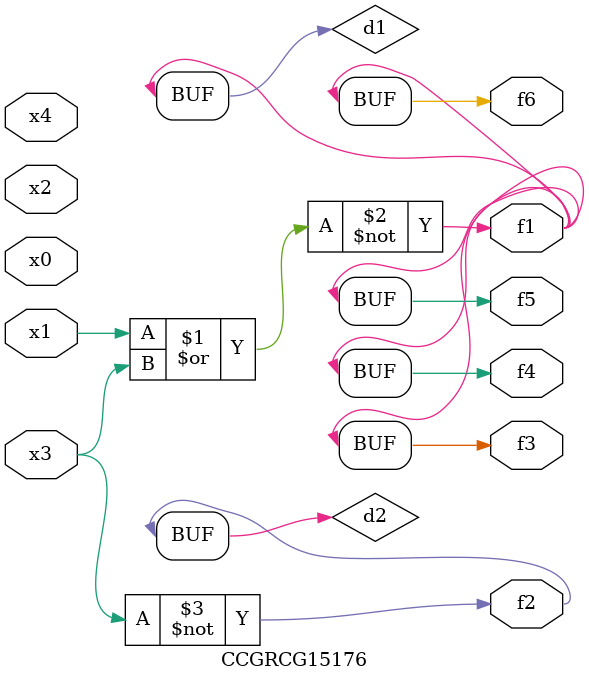
<source format=v>
module CCGRCG15176(
	input x0, x1, x2, x3, x4,
	output f1, f2, f3, f4, f5, f6
);

	wire d1, d2;

	nor (d1, x1, x3);
	not (d2, x3);
	assign f1 = d1;
	assign f2 = d2;
	assign f3 = d1;
	assign f4 = d1;
	assign f5 = d1;
	assign f6 = d1;
endmodule

</source>
